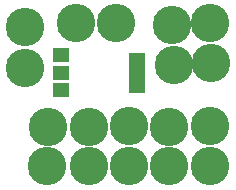
<source format=gbr>
%FSLAX35Y35*%
%MOIN*%
G04 EasyPC Gerber Version 18.0.8 Build 3632 *
%ADD105R,0.05724X0.13795*%
%ADD103C,0.12811*%
%ADD104R,0.05724X0.04543*%
X0Y0D02*
D02*
D103*
X8124Y40801D03*
Y54581D03*
X15604Y8124D03*
X15998Y21116D03*
X25053Y55762D03*
X29384Y8124D03*
Y21116D03*
X38439Y55762D03*
X42770Y8124D03*
Y21510D03*
X56156Y8124D03*
Y21116D03*
X57337Y55368D03*
X57730Y41982D03*
X69935Y8124D03*
Y21510D03*
Y55762D03*
X70329Y42376D03*
D02*
D104*
X20329Y33400D03*
Y39305D03*
Y45211D03*
D02*
D105*
X45526Y39305D03*
X0Y0D02*
M02*

</source>
